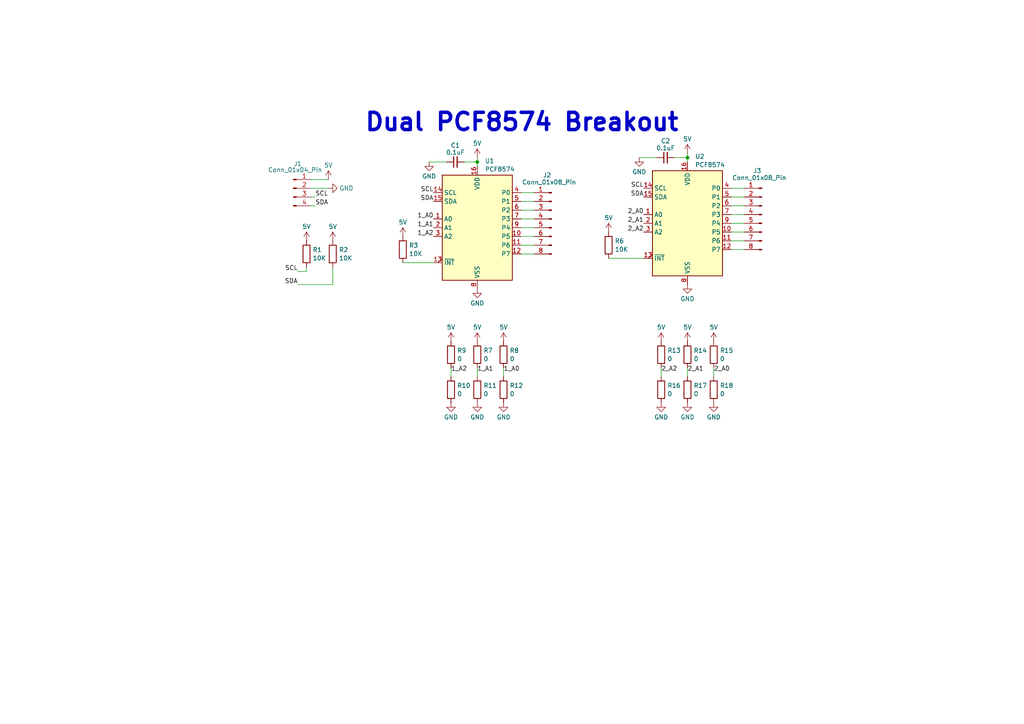
<source format=kicad_sch>
(kicad_sch (version 20231120) (generator "eeschema") (generator_version "8.0")
  (paper "A4")
  (title_block (title "Dual PCF8574 Breakout") (date "2025-02-03") (comment 1 "---"))
  (lib_symbols
    (symbol "Connector:Conn_01x04_Pin" (pin_names (offset 1.016) hide)
      (property "Reference" "J" (at 0 5.08 0))
      (property "Value" "Conn_01x04_Pin" (at 0 -7.62 0))
      (symbol "Conn_01x04_Pin_1_1"
        (polyline (pts (xy 1.27 -5.08) (xy 0.8636 -5.08)) (stroke (width 0.1524)))
        (polyline (pts (xy 1.27 -2.54) (xy 0.8636 -2.54)) (stroke (width 0.1524)))
        (polyline (pts (xy 1.27 0) (xy 0.8636 0)) (stroke (width 0.1524)))
        (polyline (pts (xy 1.27 2.54) (xy 0.8636 2.54)) (stroke (width 0.1524)))
        (rectangle (start 0.8636 -4.953) (end 0 -5.207) (stroke (width 0.1524)) (fill (type outline)))
        (rectangle (start 0.8636 -2.413) (end 0 -2.667) (stroke (width 0.1524)) (fill (type outline)))
        (rectangle (start 0.8636 0.127) (end 0 -0.127) (stroke (width 0.1524)) (fill (type outline)))
        (rectangle (start 0.8636 2.667) (end 0 2.413) (stroke (width 0.1524)) (fill (type outline)))
        (pin passive line (at 5.08 2.54 180) (length 3.81) (name "Pin_1") (number "1"))
        (pin passive line (at 5.08 0 180) (length 3.81) (name "Pin_2") (number "2"))
        (pin passive line (at 5.08 -2.54 180) (length 3.81) (name "Pin_3") (number "3"))
        (pin passive line (at 5.08 -5.08 180) (length 3.81) (name "Pin_4") (number "4"))
      )
    )
    (symbol "Connector:Conn_01x08_Pin" (pin_names (offset 1.016) hide)
      (property "Reference" "J" (at 0 10.16 0))
      (property "Value" "Conn_01x08_Pin" (at 0 -12.7 0))
      (symbol "Conn_01x08_Pin_1_1"
        (polyline (pts (xy 1.27 -10.16) (xy 0.8636 -10.16)) (stroke (width 0.1524)))
        (polyline (pts (xy 1.27 -7.62) (xy 0.8636 -7.62)) (stroke (width 0.1524)))
        (polyline (pts (xy 1.27 -5.08) (xy 0.8636 -5.08)) (stroke (width 0.1524)))
        (polyline (pts (xy 1.27 -2.54) (xy 0.8636 -2.54)) (stroke (width 0.1524)))
        (polyline (pts (xy 1.27 0) (xy 0.8636 0)) (stroke (width 0.1524)))
        (polyline (pts (xy 1.27 2.54) (xy 0.8636 2.54)) (stroke (width 0.1524)))
        (polyline (pts (xy 1.27 5.08) (xy 0.8636 5.08)) (stroke (width 0.1524)))
        (polyline (pts (xy 1.27 7.62) (xy 0.8636 7.62)) (stroke (width 0.1524)))
        (rectangle (start 0.8636 -10.033) (end 0 -10.287) (stroke (width 0.1524)) (fill (type outline)))
        (rectangle (start 0.8636 -7.493) (end 0 -7.747) (stroke (width 0.1524)) (fill (type outline)))
        (rectangle (start 0.8636 -4.953) (end 0 -5.207) (stroke (width 0.1524)) (fill (type outline)))
        (rectangle (start 0.8636 -2.413) (end 0 -2.667) (stroke (width 0.1524)) (fill (type outline)))
        (rectangle (start 0.8636 0.127) (end 0 -0.127) (stroke (width 0.1524)) (fill (type outline)))
        (rectangle (start 0.8636 2.667) (end 0 2.413) (stroke (width 0.1524)) (fill (type outline)))
        (rectangle (start 0.8636 5.207) (end 0 4.953) (stroke (width 0.1524)) (fill (type outline)))
        (rectangle (start 0.8636 7.747) (end 0 7.493) (stroke (width 0.1524)) (fill (type outline)))
        (pin passive line (at 5.08 7.62 180) (length 3.81) (name "Pin_1") (number "1"))
        (pin passive line (at 5.08 5.08 180) (length 3.81) (name "Pin_2") (number "2"))
        (pin passive line (at 5.08 2.54 180) (length 3.81) (name "Pin_3") (number "3"))
        (pin passive line (at 5.08 0 180) (length 3.81) (name "Pin_4") (number "4"))
        (pin passive line (at 5.08 -2.54 180) (length 3.81) (name "Pin_5") (number "5"))
        (pin passive line (at 5.08 -5.08 180) (length 3.81) (name "Pin_6") (number "6"))
        (pin passive line (at 5.08 -7.62 180) (length 3.81) (name "Pin_7") (number "7"))
        (pin passive line (at 5.08 -10.16 180) (length 3.81) (name "Pin_8") (number "8"))
      )
    )
    (symbol "Device:C_Small" (pin_numbers hide) (pin_names (offset 0.254) hide)
      (property "Reference" "C" (at 0.254 1.778 0))
      (property "Value" "C_Small" (at 0.254 -2.032 0))
      (symbol "C_Small_0_1"
        (polyline (pts (xy -1.524 -0.508) (xy 1.524 -0.508)) (stroke (width 0.3302)))
        (polyline (pts (xy -1.524 0.508) (xy 1.524 0.508)) (stroke (width 0.3048)))
      )
      (symbol "C_Small_1_1"
        (pin passive line (at 0 2.54 270) (length 2.032) (name "~") (number "1"))
        (pin passive line (at 0 -2.54 90) (length 2.032) (name "~") (number "2"))
      )
    )
    (symbol "Device:R" (pin_numbers hide) (pin_names (offset 0))
      (property "Reference" "R" (at 2.032 0 90))
      (property "Value" "R" (at 0 0 90))
      (symbol "R_0_1"
        (rectangle (start -1.016 -2.54) (end 1.016 2.54) (stroke (width 0.254)))
      )
      (symbol "R_1_1"
        (pin passive line (at 0 3.81 270) (length 1.27) (name "~") (number "1"))
        (pin passive line (at 0 -3.81 90) (length 1.27) (name "~") (number "2"))
      )
    )
    (symbol "Interface_Expansion:PCF8574"
      (property "Reference" "U" (at -8.89 16.51 0))
      (property "Value" "PCF8574" (at 2.54 16.51 0))
      (symbol "PCF8574_0_1"
        (rectangle (start -10.16 15.24) (end 10.16 -15.24) (stroke (width 0.254)) (fill (type background)))
      )
      (symbol "PCF8574_1_1"
        (pin input line (at -12.7 2.54 0) (length 2.54) (name "A0") (number "1"))
        (pin bidirectional line (at 12.7 -2.54 180) (length 2.54) (name "P5") (number "10"))
        (pin bidirectional line (at 12.7 -5.08 180) (length 2.54) (name "P6") (number "11"))
        (pin bidirectional line (at 12.7 -7.62 180) (length 2.54) (name "P7") (number "12"))
        (pin open_collector output_low (at -12.7 -10.16 0) (length 2.54) (name "~{INT}") (number "13"))
        (pin input line (at -12.7 10.16 0) (length 2.54) (name "SCL") (number "14"))
        (pin bidirectional line (at -12.7 7.62 0) (length 2.54) (name "SDA") (number "15"))
        (pin power_in line (at 0 17.78 270) (length 2.54) (name "VDD") (number "16"))
        (pin input line (at -12.7 0 0) (length 2.54) (name "A1") (number "2"))
        (pin input line (at -12.7 -2.54 0) (length 2.54) (name "A2") (number "3"))
        (pin bidirectional line (at 12.7 10.16 180) (length 2.54) (name "P0") (number "4"))
        (pin bidirectional line (at 12.7 7.62 180) (length 2.54) (name "P1") (number "5"))
        (pin bidirectional line (at 12.7 5.08 180) (length 2.54) (name "P2") (number "6"))
        (pin bidirectional line (at 12.7 2.54 180) (length 2.54) (name "P3") (number "7"))
        (pin power_in line (at 0 -17.78 90) (length 2.54) (name "VSS") (number "8"))
        (pin bidirectional line (at 12.7 0 180) (length 2.54) (name "P4") (number "9"))
      )
    )
    (symbol "power:+5V" (power) (pin_numbers hide) (pin_names (offset 0) hide)
      (property "Value" "+5V" (at 0 3.556 0))
      (symbol "+5V_0_1"
        (polyline (pts (xy -0.762 1.27) (xy 0 2.54)))
        (polyline (pts (xy 0 0) (xy 0 2.54)))
        (polyline (pts (xy 0 2.54) (xy 0.762 1.27)))
      )
      (symbol "+5V_1_1"
        (pin power_in line (at 0 0 90) (length 0) (name "~") (number "1"))
      )
    )
    (symbol "power:GND" (power) (pin_numbers hide) (pin_names (offset 0) hide)
      (property "Value" "GND" (at 0 -3.81 0))
      (symbol "GND_0_1"
        (polyline (pts (xy 0 0) (xy 0 -1.27) (xy 1.27 -1.27) (xy 0 -2.54) (xy -1.27 -1.27) (xy 0 -1.27)))
      )
      (symbol "GND_1_1"
        (pin power_in line (at 0 0 270) (length 0) (name "~") (number "1"))
      )
    )
  )
  (junction (at 199.39 45.72))
  (junction (at 138.43 46.99))
  (wire (pts (xy 215.9 62.23) (xy 212.09 62.23)))
  (wire (pts (xy 130.81 106.68) (xy 130.81 109.22)))
  (wire (pts (xy 154.94 71.12) (xy 151.13 71.12)))
  (wire (pts (xy 134.62 46.99) (xy 138.43 46.99)))
  (wire (pts (xy 86.36 82.55) (xy 96.52 82.55)))
  (wire (pts (xy 185.42 45.72) (xy 190.5 45.72)))
  (wire (pts (xy 138.43 106.68) (xy 138.43 109.22)))
  (wire (pts (xy 154.94 58.42) (xy 151.13 58.42)))
  (wire (pts (xy 88.9 78.74) (xy 88.9 77.47)))
  (wire (pts (xy 116.84 76.2) (xy 125.73 76.2)))
  (wire (pts (xy 90.17 59.69) (xy 91.44 59.69)))
  (wire (pts (xy 154.94 73.66) (xy 151.13 73.66)))
  (wire (pts (xy 138.43 45.72) (xy 138.43 46.99)))
  (wire (pts (xy 95.25 54.61) (xy 90.17 54.61)))
  (wire (pts (xy 215.9 64.77) (xy 212.09 64.77)))
  (wire (pts (xy 199.39 106.68) (xy 199.39 109.22)))
  (wire (pts (xy 154.94 60.96) (xy 151.13 60.96)))
  (wire (pts (xy 86.36 78.74) (xy 88.9 78.74)))
  (wire (pts (xy 96.52 82.55) (xy 96.52 77.47)))
  (wire (pts (xy 154.94 68.58) (xy 151.13 68.58)))
  (wire (pts (xy 90.17 57.15) (xy 91.44 57.15)))
  (wire (pts (xy 215.9 57.15) (xy 212.09 57.15)))
  (wire (pts (xy 154.94 63.5) (xy 151.13 63.5)))
  (wire (pts (xy 138.43 46.99) (xy 138.43 48.26)))
  (wire (pts (xy 207.01 106.68) (xy 207.01 109.22)))
  (wire (pts (xy 186.69 74.93) (xy 176.53 74.93)))
  (wire (pts (xy 215.9 54.61) (xy 212.09 54.61)))
  (wire (pts (xy 199.39 44.45) (xy 199.39 45.72)))
  (wire (pts (xy 195.58 45.72) (xy 199.39 45.72)))
  (wire (pts (xy 146.05 106.68) (xy 146.05 109.22)))
  (wire (pts (xy 215.9 67.31) (xy 212.09 67.31)))
  (wire (pts (xy 124.46 46.99) (xy 129.54 46.99)))
  (wire (pts (xy 199.39 45.72) (xy 199.39 46.99)))
  (wire (pts (xy 95.25 52.07) (xy 90.17 52.07)))
  (wire (pts (xy 215.9 72.39) (xy 212.09 72.39)))
  (wire (pts (xy 191.77 106.68) (xy 191.77 109.22)))
  (wire (pts (xy 215.9 59.69) (xy 212.09 59.69)))
  (wire (pts (xy 154.94 66.04) (xy 151.13 66.04)))
  (wire (pts (xy 154.94 55.88) (xy 151.13 55.88)))
  (wire (pts (xy 215.9 69.85) (xy 212.09 69.85)))
  (text "Dual PCF8574 Breakout" (at 151.384 35.56 0) (effects (font (size 5 5) (thickness 1) (bold yes))))
  (label "2_A1" (at 199.39 107.95 0))
  (label "1_A1" (at 125.73 66.04 180))
  (label "SCL" (at 91.44 57.15 0))
  (label "SCL" (at 186.69 54.61 180))
  (label "2_A1" (at 186.69 64.77 180))
  (label "2_A0" (at 186.69 62.23 180))
  (label "2_A2" (at 186.69 67.31 180))
  (label "SDA" (at 86.36 82.55 180))
  (label "1_A1" (at 138.43 107.95 0))
  (label "1_A2" (at 125.73 68.58 180))
  (label "SCL" (at 125.73 55.88 180))
  (label "1_A2" (at 130.81 107.95 0))
  (label "SDA" (at 125.73 58.42 180))
  (label "SDA" (at 91.44 59.69 0))
  (label "SCL" (at 86.36 78.74 180))
  (label "SDA" (at 186.69 57.15 180))
  (label "1_A0" (at 125.73 63.5 180))
  (label "2_A2" (at 191.77 107.95 0))
  (label "1_A0" (at 146.05 107.95 0))
  (label "2_A0" (at 207.01 107.95 0))
  (symbol (lib_id "power:+5V") (at 138.43 45.72 0) (mirror y) (unit 1)
    (property "Reference" "#PWR03" (effects (hide yes)))
    (property "Value" "5V" (at 138.43 41.5869 0))
    (property "Description" "Power symbol creates a global label with name \"+5V\"" (effects (hide yes)))
  )
  (symbol (lib_id "Device:R") (at 146.05 113.03 0) (unit 1)
    (property "Reference" "R12" (at 147.828 111.8178 0) (effects (justify left)))
    (property "Value" "0" (at 147.828 114.2421 0) (effects (justify left)))
    (property "Footprint" "Resistor_SMD:R_1206_3216Metric_Pad1.30x1.75mm_HandSolder" (effects (hide yes)))
    (property "Description" "Resistor" (effects (hide yes)))
  )
  (symbol (lib_id "Device:R") (at 191.77 102.87 0) (unit 1)
    (property "Reference" "R13" (at 193.548 101.6578 0) (effects (justify left)))
    (property "Value" "0" (at 193.548 104.0821 0) (effects (justify left)))
    (property "Footprint" "Resistor_SMD:R_1206_3216Metric_Pad1.30x1.75mm_HandSolder" (effects (hide yes)))
    (property "Description" "Resistor" (effects (hide yes)))
  )
  (symbol (lib_id "Device:R") (at 146.05 102.87 0) (unit 1)
    (property "Reference" "R8" (at 147.828 101.6578 0) (effects (justify left)))
    (property "Value" "0" (at 147.828 104.0821 0) (effects (justify left)))
    (property "Footprint" "Resistor_SMD:R_1206_3216Metric_Pad1.30x1.75mm_HandSolder" (effects (hide yes)))
    (property "Description" "Resistor" (effects (hide yes)))
  )
  (symbol (lib_id "Device:C_Small") (at 193.04 45.72 90) (unit 1)
    (property "Reference" "C2" (at 193.04 40.894 90))
    (property "Value" "0.1uF" (at 193.04 42.926 90))
    (property "Footprint" "Capacitor_SMD:C_1206_3216Metric_Pad1.33x1.80mm_HandSolder" (effects (hide yes)))
    (property "Description" "Unpolarized capacitor, small symbol" (effects (hide yes)))
  )
  (symbol (lib_id "power:GND") (at 95.25 54.61 90) (mirror x) (unit 1)
    (property "Reference" "#PWR02" (effects (hide yes)))
    (property "Value" "GND" (at 98.4249 54.61 90) (effects (justify right)))
    (property "Description" "Power symbol creates a global label with name \"GND\" , ground" (effects (hide yes)))
  )
  (symbol (lib_id "Device:R") (at 138.43 102.87 0) (unit 1)
    (property "Reference" "R7" (at 140.208 101.6578 0) (effects (justify left)))
    (property "Value" "0" (at 140.208 104.0821 0) (effects (justify left)))
    (property "Footprint" "Resistor_SMD:R_1206_3216Metric_Pad1.30x1.75mm_HandSolder" (effects (hide yes)))
    (property "Description" "Resistor" (effects (hide yes)))
  )
  (symbol (lib_id "Connector:Conn_01x08_Pin") (at 220.98 62.23 0) (mirror y) (unit 1)
    (property "Reference" "J3" (at 218.44 49.53 0) (effects (justify right)))
    (property "Value" "Conn_01x08_Pin" (at 212.344 51.562 0) (effects (justify right)))
    (property "Footprint" "Connector_PinHeader_2.54mm:PinHeader_1x08_P2.54mm_Vertical" (effects (hide yes)))
    (property "Description" "Generic connector, single row, 01x08, script generated" (effects (hide yes)))
  )
  (symbol (lib_id "Device:R") (at 130.81 113.03 0) (unit 1)
    (property "Reference" "R10" (at 132.588 111.8178 0) (effects (justify left)))
    (property "Value" "0" (at 132.588 114.2421 0) (effects (justify left)))
    (property "Footprint" "Resistor_SMD:R_1206_3216Metric_Pad1.30x1.75mm_HandSolder" (effects (hide yes)))
    (property "Description" "Resistor" (effects (hide yes)))
  )
  (symbol (lib_id "Device:R") (at 199.39 113.03 0) (unit 1)
    (property "Reference" "R17" (at 201.168 111.8178 0) (effects (justify left)))
    (property "Value" "0" (at 201.168 114.2421 0) (effects (justify left)))
    (property "Footprint" "Resistor_SMD:R_1206_3216Metric_Pad1.30x1.75mm_HandSolder" (effects (hide yes)))
    (property "Description" "Resistor" (effects (hide yes)))
  )
  (symbol (lib_id "power:GND") (at 138.43 116.84 0) (mirror y) (unit 1)
    (property "Reference" "#PWR011" (effects (hide yes)))
    (property "Value" "GND" (at 138.43 120.9731 0))
    (property "Description" "Power symbol creates a global label with name \"GND\" , ground" (effects (hide yes)))
  )
  (symbol (lib_id "Device:C_Small") (at 132.08 46.99 90) (unit 1)
    (property "Reference" "C1" (at 132.08 42.164 90))
    (property "Value" "0.1uF" (at 132.08 44.196 90))
    (property "Footprint" "Capacitor_SMD:C_1206_3216Metric_Pad1.33x1.80mm_HandSolder" (effects (hide yes)))
    (property "Description" "Unpolarized capacitor, small symbol" (effects (hide yes)))
  )
  (symbol (lib_id "Device:R") (at 176.53 71.12 0) (unit 1)
    (property "Reference" "R6" (at 178.308 69.9078 0) (effects (justify left)))
    (property "Value" "10K" (at 178.308 72.3321 0) (effects (justify left)))
    (property "Footprint" "Resistor_SMD:R_1206_3216Metric_Pad1.30x1.75mm_HandSolder" (effects (hide yes)))
    (property "Description" "Resistor" (effects (hide yes)))
  )
  (symbol (lib_id "power:+5V") (at 199.39 44.45 0) (mirror y) (unit 1)
    (property "Reference" "#PWR04" (effects (hide yes)))
    (property "Value" "5V" (at 199.39 40.3169 0))
    (property "Description" "Power symbol creates a global label with name \"+5V\"" (effects (hide yes)))
  )
  (symbol (lib_id "Interface_Expansion:PCF8574") (at 199.39 64.77 0) (unit 1)
    (property "Reference" "U2" (at 201.5841 45.3855 0) (effects (justify left)))
    (property "Value" "PCF8574" (at 201.5841 47.8098 0) (effects (justify left)))
    (property "Footprint" "Package_SO:SOP-16_4.4x10.4mm_P1.27mm" (effects (hide yes)))
    (property "Datasheet" "http://www.nxp.com/docs/en/data-sheet/PCF8574_PCF8574A.pdf" (effects (hide yes)))
    (property "Description" "8 Bit Port/Expander to I2C Bus, DIP/SOIC-16" (effects (hide yes)))
  )
  (symbol (lib_id "Interface_Expansion:PCF8574") (at 138.43 66.04 0) (unit 1)
    (property "Reference" "U1" (at 140.6241 46.6555 0) (effects (justify left)))
    (property "Value" "PCF8574" (at 140.6241 49.0798 0) (effects (justify left)))
    (property "Footprint" "Package_SO:SOP-16_4.4x10.4mm_P1.27mm" (effects (hide yes)))
    (property "Datasheet" "http://www.nxp.com/docs/en/data-sheet/PCF8574_PCF8574A.pdf" (effects (hide yes)))
    (property "Description" "8 Bit Port/Expander to I2C Bus, DIP/SOIC-16" (effects (hide yes)))
  )
  (symbol (lib_id "power:+5V") (at 191.77 99.06 0) (mirror y) (unit 1)
    (property "Reference" "#PWR013" (effects (hide yes)))
    (property "Value" "5V" (at 191.77 94.9269 0))
    (property "Description" "Power symbol creates a global label with name \"+5V\"" (effects (hide yes)))
  )
  (symbol (lib_id "power:GND") (at 191.77 116.84 0) (mirror y) (unit 1)
    (property "Reference" "#PWR016" (effects (hide yes)))
    (property "Value" "GND" (at 191.77 120.9731 0))
    (property "Description" "Power symbol creates a global label with name \"GND\" , ground" (effects (hide yes)))
  )
  (symbol (lib_id "Device:R") (at 138.43 113.03 0) (unit 1)
    (property "Reference" "R11" (at 140.208 111.8178 0) (effects (justify left)))
    (property "Value" "0" (at 140.208 114.2421 0) (effects (justify left)))
    (property "Footprint" "Resistor_SMD:R_1206_3216Metric_Pad1.30x1.75mm_HandSolder" (effects (hide yes)))
    (property "Description" "Resistor" (effects (hide yes)))
  )
  (symbol (lib_id "Device:R") (at 199.39 102.87 0) (unit 1)
    (property "Reference" "R14" (at 201.168 101.6578 0) (effects (justify left)))
    (property "Value" "0" (at 201.168 104.0821 0) (effects (justify left)))
    (property "Footprint" "Resistor_SMD:R_1206_3216Metric_Pad1.30x1.75mm_HandSolder" (effects (hide yes)))
    (property "Description" "Resistor" (effects (hide yes)))
  )
  (symbol (lib_id "power:GND") (at 185.42 45.72 0) (mirror y) (unit 1)
    (property "Reference" "#PWR024" (effects (hide yes)))
    (property "Value" "GND" (at 185.42 49.8531 0))
    (property "Description" "Power symbol creates a global label with name \"GND\" , ground" (effects (hide yes)))
  )
  (symbol (lib_id "Connector:Conn_01x04_Pin") (at 85.09 54.61 0) (unit 1)
    (property "Reference" "J1" (at 86.36 47.498 0))
    (property "Value" "Conn_01x04_Pin" (at 85.598 49.276 0))
    (property "Footprint" "Connector_JST:JST_XH_S4B-XH-A-1_1x04_P2.50mm_Horizontal" (effects (hide yes)))
    (property "Description" "Generic connector, single row, 01x04, script generated" (effects (hide yes)))
  )
  (symbol (lib_id "Device:R") (at 207.01 113.03 0) (unit 1)
    (property "Reference" "R18" (at 208.788 111.8178 0) (effects (justify left)))
    (property "Value" "0" (at 208.788 114.2421 0) (effects (justify left)))
    (property "Footprint" "Resistor_SMD:R_1206_3216Metric_Pad1.30x1.75mm_HandSolder" (effects (hide yes)))
    (property "Description" "Resistor" (effects (hide yes)))
  )
  (symbol (lib_id "power:GND") (at 199.39 82.55 0) (mirror y) (unit 1)
    (property "Reference" "#PWR06" (effects (hide yes)))
    (property "Value" "GND" (at 199.39 86.6831 0))
    (property "Description" "Power symbol creates a global label with name \"GND\" , ground" (effects (hide yes)))
  )
  (symbol (lib_id "Device:R") (at 96.52 73.66 0) (unit 1)
    (property "Reference" "R2" (at 98.298 72.4478 0) (effects (justify left)))
    (property "Value" "10K" (at 98.298 74.8721 0) (effects (justify left)))
    (property "Footprint" "Resistor_SMD:R_1206_3216Metric_Pad1.30x1.75mm_HandSolder" (effects (hide yes)))
    (property "Description" "Resistor" (effects (hide yes)))
  )
  (symbol (lib_id "Device:R") (at 116.84 72.39 0) (unit 1)
    (property "Reference" "R3" (at 118.618 71.1778 0) (effects (justify left)))
    (property "Value" "10K" (at 118.618 73.6021 0) (effects (justify left)))
    (property "Footprint" "Resistor_SMD:R_1206_3216Metric_Pad1.30x1.75mm_HandSolder" (effects (hide yes)))
    (property "Description" "Resistor" (effects (hide yes)))
  )
  (symbol (lib_id "power:+5V") (at 116.84 68.58 0) (mirror y) (unit 1)
    (property "Reference" "#PWR021" (effects (hide yes)))
    (property "Value" "5V" (at 116.84 64.4469 0))
    (property "Description" "Power symbol creates a global label with name \"+5V\"" (effects (hide yes)))
  )
  (symbol (lib_id "power:+5V") (at 138.43 99.06 0) (mirror y) (unit 1)
    (property "Reference" "#PWR08" (effects (hide yes)))
    (property "Value" "5V" (at 138.43 94.9269 0))
    (property "Description" "Power symbol creates a global label with name \"+5V\"" (effects (hide yes)))
  )
  (symbol (lib_id "power:GND") (at 124.46 46.99 0) (mirror y) (unit 1)
    (property "Reference" "#PWR023" (effects (hide yes)))
    (property "Value" "GND" (at 124.46 51.1231 0))
    (property "Description" "Power symbol creates a global label with name \"GND\" , ground" (effects (hide yes)))
  )
  (symbol (lib_id "power:GND") (at 138.43 83.82 0) (mirror y) (unit 1)
    (property "Reference" "#PWR05" (effects (hide yes)))
    (property "Value" "GND" (at 138.43 87.9531 0))
    (property "Description" "Power symbol creates a global label with name \"GND\" , ground" (effects (hide yes)))
  )
  (symbol (lib_id "Device:R") (at 191.77 113.03 0) (unit 1)
    (property "Reference" "R16" (at 193.548 111.8178 0) (effects (justify left)))
    (property "Value" "0" (at 193.548 114.2421 0) (effects (justify left)))
    (property "Footprint" "Resistor_SMD:R_1206_3216Metric_Pad1.30x1.75mm_HandSolder" (effects (hide yes)))
    (property "Description" "Resistor" (effects (hide yes)))
  )
  (symbol (lib_id "Device:R") (at 88.9 73.66 0) (unit 1)
    (property "Reference" "R1" (at 90.678 72.4478 0) (effects (justify left)))
    (property "Value" "10K" (at 90.678 74.8721 0) (effects (justify left)))
    (property "Footprint" "Resistor_SMD:R_1206_3216Metric_Pad1.30x1.75mm_HandSolder" (effects (hide yes)))
    (property "Description" "Resistor" (effects (hide yes)))
  )
  (symbol (lib_id "power:GND") (at 130.81 116.84 0) (mirror y) (unit 1)
    (property "Reference" "#PWR010" (effects (hide yes)))
    (property "Value" "GND" (at 130.81 120.9731 0))
    (property "Description" "Power symbol creates a global label with name \"GND\" , ground" (effects (hide yes)))
  )
  (symbol (lib_id "Connector:Conn_01x08_Pin") (at 160.02 63.5 0) (mirror y) (unit 1)
    (property "Reference" "J2" (at 157.48 50.8 0) (effects (justify right)))
    (property "Value" "Conn_01x08_Pin" (at 151.384 52.832 0) (effects (justify right)))
    (property "Footprint" "Connector_PinHeader_2.54mm:PinHeader_1x08_P2.54mm_Vertical" (effects (hide yes)))
    (property "Description" "Generic connector, single row, 01x08, script generated" (effects (hide yes)))
  )
  (symbol (lib_id "power:+5V") (at 146.05 99.06 0) (mirror y) (unit 1)
    (property "Reference" "#PWR09" (effects (hide yes)))
    (property "Value" "5V" (at 146.05 94.9269 0))
    (property "Description" "Power symbol creates a global label with name \"+5V\"" (effects (hide yes)))
  )
  (symbol (lib_id "Device:R") (at 130.81 102.87 0) (unit 1)
    (property "Reference" "R9" (at 132.588 101.6578 0) (effects (justify left)))
    (property "Value" "0" (at 132.588 104.0821 0) (effects (justify left)))
    (property "Footprint" "Resistor_SMD:R_1206_3216Metric_Pad1.30x1.75mm_HandSolder" (effects (hide yes)))
    (property "Description" "Resistor" (effects (hide yes)))
  )
  (symbol (lib_id "power:+5V") (at 199.39 99.06 0) (mirror y) (unit 1)
    (property "Reference" "#PWR014" (effects (hide yes)))
    (property "Value" "5V" (at 199.39 94.9269 0))
    (property "Description" "Power symbol creates a global label with name \"+5V\"" (effects (hide yes)))
  )
  (symbol (lib_id "power:+5V") (at 130.81 99.06 0) (mirror y) (unit 1)
    (property "Reference" "#PWR07" (effects (hide yes)))
    (property "Value" "5V" (at 130.81 94.9269 0))
    (property "Description" "Power symbol creates a global label with name \"+5V\"" (effects (hide yes)))
  )
  (symbol (lib_id "power:GND") (at 199.39 116.84 0) (mirror y) (unit 1)
    (property "Reference" "#PWR017" (effects (hide yes)))
    (property "Value" "GND" (at 199.39 120.9731 0))
    (property "Description" "Power symbol creates a global label with name \"GND\" , ground" (effects (hide yes)))
  )
  (symbol (lib_id "power:GND") (at 146.05 116.84 0) (mirror y) (unit 1)
    (property "Reference" "#PWR012" (effects (hide yes)))
    (property "Value" "GND" (at 146.05 120.9731 0))
    (property "Description" "Power symbol creates a global label with name \"GND\" , ground" (effects (hide yes)))
  )
  (symbol (lib_id "power:+5V") (at 176.53 67.31 0) (mirror y) (unit 1)
    (property "Reference" "#PWR022" (effects (hide yes)))
    (property "Value" "5V" (at 176.53 63.1769 0))
    (property "Description" "Power symbol creates a global label with name \"+5V\"" (effects (hide yes)))
  )
  (symbol (lib_id "power:+5V") (at 207.01 99.06 0) (mirror y) (unit 1)
    (property "Reference" "#PWR015" (effects (hide yes)))
    (property "Value" "5V" (at 207.01 94.9269 0))
    (property "Description" "Power symbol creates a global label with name \"+5V\"" (effects (hide yes)))
  )
  (symbol (lib_id "power:+5V") (at 95.25 52.07 0) (mirror y) (unit 1)
    (property "Reference" "#PWR01" (effects (hide yes)))
    (property "Value" "5V" (at 95.25 47.9369 0))
    (property "Description" "Power symbol creates a global label with name \"+5V\"" (effects (hide yes)))
  )
  (symbol (lib_id "Device:R") (at 207.01 102.87 0) (unit 1)
    (property "Reference" "R15" (at 208.788 101.6578 0) (effects (justify left)))
    (property "Value" "0" (at 208.788 104.0821 0) (effects (justify left)))
    (property "Footprint" "Resistor_SMD:R_1206_3216Metric_Pad1.30x1.75mm_HandSolder" (effects (hide yes)))
    (property "Description" "Resistor" (effects (hide yes)))
  )
  (symbol (lib_id "power:+5V") (at 88.9 69.85 0) (mirror y) (unit 1)
    (property "Reference" "#PWR019" (effects (hide yes)))
    (property "Value" "5V" (at 88.9 65.7169 0))
    (property "Description" "Power symbol creates a global label with name \"+5V\"" (effects (hide yes)))
  )
  (symbol (lib_id "power:GND") (at 207.01 116.84 0) (mirror y) (unit 1)
    (property "Reference" "#PWR018" (effects (hide yes)))
    (property "Value" "GND" (at 207.01 120.9731 0))
    (property "Description" "Power symbol creates a global label with name \"GND\" , ground" (effects (hide yes)))
  )
  (symbol (lib_id "power:+5V") (at 96.52 69.85 0) (mirror y) (unit 1)
    (property "Reference" "#PWR020" (effects (hide yes)))
    (property "Value" "5V" (at 96.52 65.7169 0))
    (property "Description" "Power symbol creates a global label with name \"+5V\"" (effects (hide yes)))
  )
)
</source>
